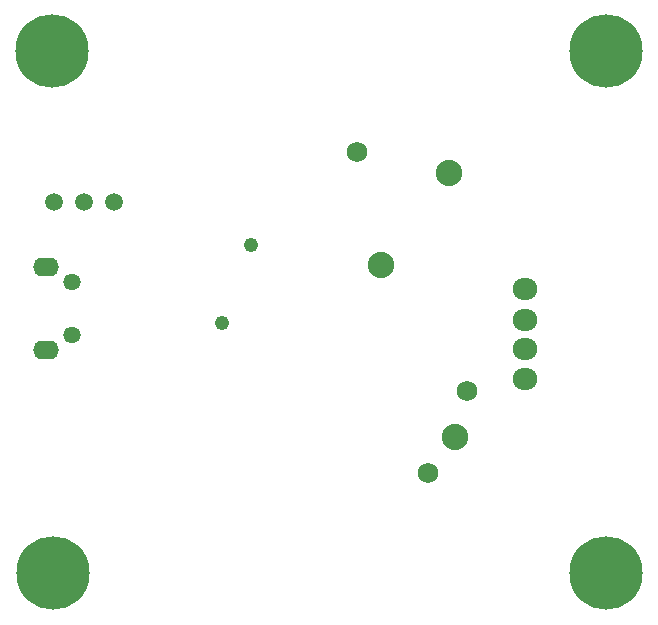
<source format=gbs>
G04 Layer_Color=16711935*
%FSLAX25Y25*%
%MOIN*%
G70*
G01*
G75*
%ADD56C,0.05918*%
%ADD57C,0.08800*%
%ADD58O,0.08300X0.07300*%
%ADD59O,0.08674X0.06312*%
%ADD60O,0.05918X0.05328*%
%ADD61C,0.24422*%
%ADD62C,0.04800*%
%ADD63C,0.06800*%
D56*
X320002Y325737D02*
D03*
X310002D02*
D03*
X300002D02*
D03*
D57*
X409002Y304737D02*
D03*
X433502Y247237D02*
D03*
X431502Y335237D02*
D03*
D58*
X456902Y296437D02*
D03*
Y286337D02*
D03*
Y276537D02*
D03*
Y266437D02*
D03*
D59*
X297372Y303934D02*
D03*
Y276178D02*
D03*
D60*
X306132Y281198D02*
D03*
Y298914D02*
D03*
D61*
X299410Y375787D02*
D03*
X483858D02*
D03*
Y201772D02*
D03*
X299606Y201870D02*
D03*
D62*
X356002Y285237D02*
D03*
X365502Y311237D02*
D03*
D63*
X424502Y235237D02*
D03*
X437502Y262737D02*
D03*
X401002Y342237D02*
D03*
M02*

</source>
